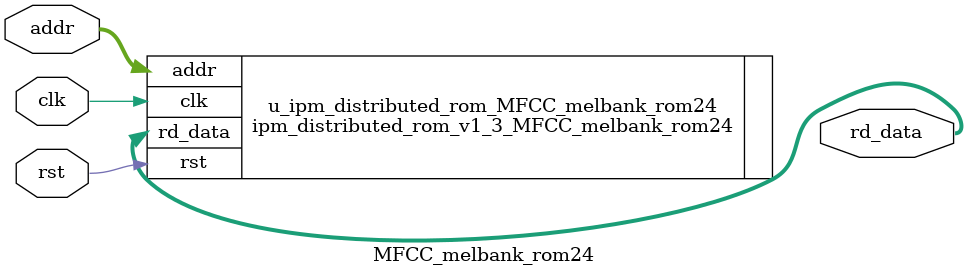
<source format=v>


`timescale 1 ns / 1 ps
module MFCC_melbank_rom24
    (
     addr        ,
     rst         ,
     clk         ,
     rd_data
    );

    localparam ADDR_WIDTH = 9 ; //@IPC int 4,10

    localparam DATA_WIDTH = 8 ; //@IPC int 1,256

    localparam RST_TYPE = "ASYNC" ; //@IPC enum ASYNC,SYNC

    localparam OUT_REG = 0 ; //@IPC bool

    localparam INIT_ENABLE = 1 ; //@IPC bool

    localparam INIT_FILE = "D:/PDS_FPGA/Audio_test/ipcore/MFCC_melbank_rom24/rtl/output23_MFCC_melbank_rom24.dat" ; //@IPC string

    localparam FILE_FORMAT = "BIN" ; //@IPC enum BIN,HEX


     output   wire  [DATA_WIDTH-1:0]       rd_data ;
     input    wire  [ADDR_WIDTH-1:0]       addr    ;
     input                                 clk     ;
     input                                 rst     ;

ipm_distributed_rom_v1_3_MFCC_melbank_rom24
   #(
     .ADDR_WIDTH    (ADDR_WIDTH     ), //address width   range:4-10
     .DATA_WIDTH    (DATA_WIDTH     ), //data width      range:4-256
     .RST_TYPE      (RST_TYPE       ), //reset type   "ASYNC_RESET" "SYNC_RESET"
     .OUT_REG       (OUT_REG        ), //output options :non_register(0)  register(1)
     .INIT_FILE     (INIT_FILE      ), //legal value:"NONE" or "initial file name"
     .FILE_FORMAT   (FILE_FORMAT    )  //initial data format : "bin" or "hex"
    )u_ipm_distributed_rom_MFCC_melbank_rom24
    (
     .rd_data       (rd_data        ),
     .addr          (addr           ),
     .clk           (clk            ),
     .rst           (rst            )

    );
endmodule

</source>
